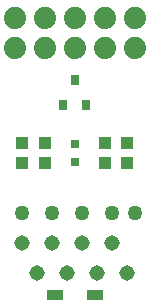
<source format=gts>
G75*
%MOIN*%
%OFA0B0*%
%FSLAX24Y24*%
%IPPOS*%
%LPD*%
%AMOC8*
5,1,8,0,0,1.08239X$1,22.5*
%
%ADD10C,0.0515*%
%ADD11R,0.0433X0.0394*%
%ADD12C,0.0740*%
%ADD13R,0.0315X0.0354*%
%ADD14R,0.0315X0.0315*%
%ADD15R,0.0551X0.0354*%
%ADD16C,0.0500*%
D10*
X001550Y001517D03*
X001050Y002517D03*
X002050Y002517D03*
X002550Y001517D03*
X003050Y002517D03*
X003550Y001517D03*
X004050Y002517D03*
X004550Y001517D03*
D11*
X004550Y005182D03*
X004550Y005851D03*
X003800Y005851D03*
X003800Y005182D03*
X001800Y005182D03*
X001800Y005851D03*
X001050Y005851D03*
X001050Y005182D03*
D12*
X000800Y009017D03*
X000800Y010017D03*
X001800Y010017D03*
X001800Y009017D03*
X002800Y009017D03*
X002800Y010017D03*
X003800Y010017D03*
X003800Y009017D03*
X004800Y009017D03*
X004800Y010017D03*
D13*
X002800Y007950D03*
X002426Y007123D03*
X003174Y007123D03*
D14*
X002800Y005812D03*
X002800Y005221D03*
D15*
X002131Y000767D03*
X003469Y000767D03*
D16*
X003050Y003517D03*
X002050Y003517D03*
X001050Y003517D03*
X004050Y003517D03*
X004800Y003517D03*
M02*

</source>
